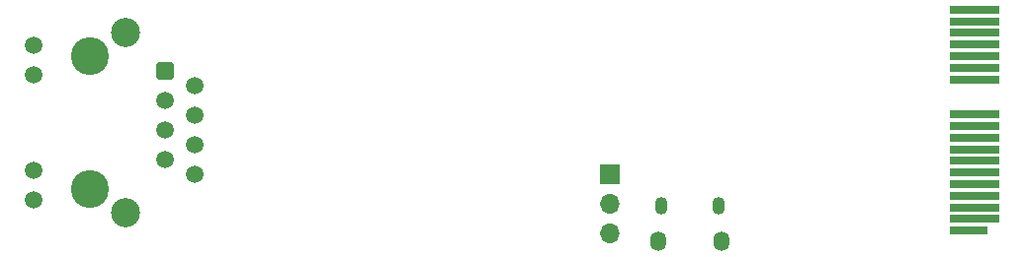
<source format=gbr>
%TF.GenerationSoftware,KiCad,Pcbnew,8.0.3*%
%TF.CreationDate,2024-06-27T21:22:13-04:00*%
%TF.ProjectId,rp2040-mgmt-module,72703230-3430-42d6-9d67-6d742d6d6f64,v0.0.0*%
%TF.SameCoordinates,Original*%
%TF.FileFunction,Soldermask,Bot*%
%TF.FilePolarity,Negative*%
%FSLAX46Y46*%
G04 Gerber Fmt 4.6, Leading zero omitted, Abs format (unit mm)*
G04 Created by KiCad (PCBNEW 8.0.3) date 2024-06-27 21:22:13*
%MOMM*%
%LPD*%
G01*
G04 APERTURE LIST*
G04 Aperture macros list*
%AMRoundRect*
0 Rectangle with rounded corners*
0 $1 Rounding radius*
0 $2 $3 $4 $5 $6 $7 $8 $9 X,Y pos of 4 corners*
0 Add a 4 corners polygon primitive as box body*
4,1,4,$2,$3,$4,$5,$6,$7,$8,$9,$2,$3,0*
0 Add four circle primitives for the rounded corners*
1,1,$1+$1,$2,$3*
1,1,$1+$1,$4,$5*
1,1,$1+$1,$6,$7*
1,1,$1+$1,$8,$9*
0 Add four rect primitives between the rounded corners*
20,1,$1+$1,$2,$3,$4,$5,0*
20,1,$1+$1,$4,$5,$6,$7,0*
20,1,$1+$1,$6,$7,$8,$9,0*
20,1,$1+$1,$8,$9,$2,$3,0*%
G04 Aperture macros list end*
%ADD10C,3.250000*%
%ADD11RoundRect,0.250500X-0.499500X0.499500X-0.499500X-0.499500X0.499500X-0.499500X0.499500X0.499500X0*%
%ADD12C,1.500000*%
%ADD13C,2.500000*%
%ADD14R,1.700000X1.700000*%
%ADD15O,1.700000X1.700000*%
%ADD16O,1.350000X1.700000*%
%ADD17O,1.100000X1.500000*%
%ADD18R,3.200000X0.700000*%
%ADD19R,4.300000X0.700000*%
G04 APERTURE END LIST*
D10*
%TO.C,J3*%
X6200000Y-6370000D03*
X6200000Y-17800000D03*
D11*
X12560000Y-7645000D03*
D12*
X15100000Y-8905000D03*
X12560000Y-10185000D03*
X15100000Y-11445000D03*
X12560000Y-12725000D03*
X15100000Y-13985000D03*
X12560000Y-15265000D03*
X15100000Y-16525000D03*
X1300000Y-5460000D03*
X1300000Y-8000000D03*
X1300000Y-16170000D03*
X1300000Y-18710000D03*
D13*
X9250000Y-4340000D03*
X9250000Y-19830000D03*
%TD*%
D14*
%TO.C,J4*%
X50700000Y-16560000D03*
D15*
X50700000Y-19100000D03*
X50700000Y-21640000D03*
%TD*%
D16*
%TO.C,J2*%
X54830000Y-22280000D03*
D17*
X55140000Y-19280000D03*
X59980000Y-19280000D03*
D16*
X60290000Y-22280000D03*
%TD*%
D18*
%TO.C,J1*%
X81400000Y-21390000D03*
D19*
X81950000Y-20390000D03*
X81950000Y-19390000D03*
X81950000Y-18390000D03*
X81950000Y-17390000D03*
X81950000Y-16390000D03*
X81950000Y-15390000D03*
X81950000Y-14390000D03*
X81950000Y-13390000D03*
X81950000Y-12390000D03*
X81950000Y-11390000D03*
X81950000Y-8390000D03*
X81950000Y-7390000D03*
X81950000Y-6390000D03*
X81950000Y-5390000D03*
X81950000Y-4390000D03*
X81950000Y-3390000D03*
X81950000Y-2390000D03*
%TD*%
M02*

</source>
